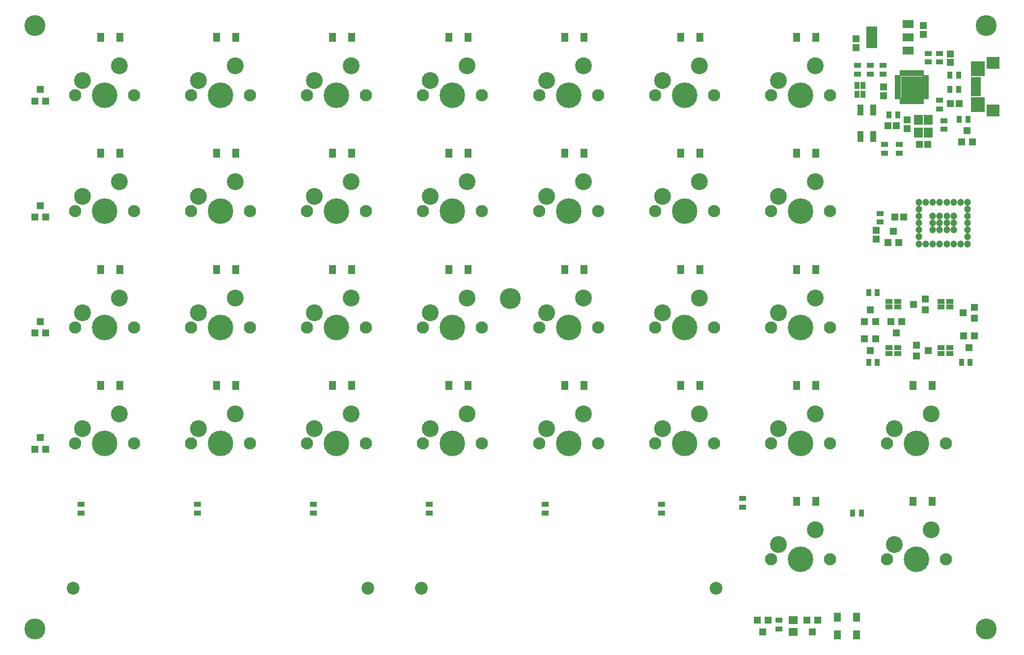
<source format=gts>
G04 #@! TF.FileFunction,Soldermask,Top*
%FSLAX46Y46*%
G04 Gerber Fmt 4.6, Leading zero omitted, Abs format (unit mm)*
G04 Created by KiCad (PCBNEW 4.0.7) date *
%MOMM*%
%LPD*%
G01*
G04 APERTURE LIST*
%ADD10C,0.050000*%
%ADD11C,4.400000*%
%ADD12C,2.100000*%
%ADD13C,2.900000*%
%ADD14C,1.200000*%
%ADD15R,1.300000X1.600000*%
%ADD16R,1.150000X1.200000*%
%ADD17R,1.650000X1.400000*%
%ADD18R,1.200000X1.150000*%
%ADD19R,1.310000X1.620000*%
%ADD20R,0.900000X1.150000*%
%ADD21R,1.197560X1.197560*%
%ADD22R,1.150000X0.900000*%
%ADD23R,1.750000X0.800000*%
%ADD24R,2.400000X2.500000*%
%ADD25R,2.300000X2.000000*%
%ADD26R,1.200100X1.200100*%
%ADD27R,1.300000X0.900000*%
%ADD28R,0.900000X1.300000*%
%ADD29R,1.100000X1.900000*%
%ADD30R,0.650000X1.100000*%
%ADD31R,1.100000X0.650000*%
%ADD32R,2.125000X2.125000*%
%ADD33R,1.900000X1.400000*%
%ADD34R,1.900000X3.700000*%
%ADD35R,1.600000X1.800000*%
%ADD36C,3.600000*%
%ADD37C,2.200000*%
G04 APERTURE END LIST*
D10*
D11*
X135000000Y75000000D03*
D12*
X140080000Y75000000D03*
X129920000Y75000000D03*
D13*
X137540000Y80080000D03*
X131190000Y77540000D03*
D14*
X163800000Y76600000D03*
X163800000Y75400000D03*
X163800000Y74200000D03*
X163800000Y73000000D03*
X163800000Y71800000D03*
X163800000Y70600000D03*
X163800000Y69400000D03*
X162600000Y76600000D03*
X162600000Y69400000D03*
X161400000Y76600000D03*
X161400000Y74200000D03*
X161400000Y73000000D03*
X161400000Y71800000D03*
X161400000Y69400000D03*
X160200000Y76600000D03*
X160200000Y74200000D03*
X160200000Y73000000D03*
X160200000Y71800000D03*
X160200000Y69400000D03*
X159000000Y76600000D03*
X159000000Y74200000D03*
X159000000Y73000000D03*
X159000000Y71800000D03*
X159000000Y69400000D03*
X157800000Y76600000D03*
X157800000Y74200000D03*
X157800000Y73000000D03*
X157800000Y71800000D03*
X157800000Y69400000D03*
X156600000Y76600000D03*
X156600000Y69400000D03*
X155400000Y76600000D03*
X155400000Y75400000D03*
X155400000Y74200000D03*
X155400000Y73000000D03*
X155400000Y71800000D03*
X155400000Y70600000D03*
X155400000Y69400000D03*
D11*
X115000000Y55000000D03*
D12*
X120080000Y55000000D03*
X109920000Y55000000D03*
D13*
X117540000Y60080000D03*
X111190000Y57540000D03*
D15*
X114350000Y65000000D03*
X117650000Y65000000D03*
X34350000Y65000000D03*
X37650000Y65000000D03*
D11*
X95000000Y75000000D03*
D12*
X100080000Y75000000D03*
X89920000Y75000000D03*
D13*
X97540000Y80080000D03*
X91190000Y77540000D03*
D11*
X115000000Y95000000D03*
D12*
X120080000Y95000000D03*
X109920000Y95000000D03*
D13*
X117540000Y100080000D03*
X111190000Y97540000D03*
D16*
X149300000Y96450000D03*
X149300000Y94950000D03*
X153400000Y90750000D03*
X153400000Y89250000D03*
D17*
X133750000Y4500000D03*
X133750000Y2500000D03*
D18*
X152750000Y74000000D03*
X151250000Y74000000D03*
X151550000Y89800000D03*
X150050000Y89800000D03*
X156950000Y86550000D03*
X155450000Y86550000D03*
D16*
X160800000Y100650000D03*
X160800000Y102150000D03*
D18*
X160850000Y93600000D03*
X162350000Y93600000D03*
D16*
X156200000Y107000000D03*
X156200000Y105500000D03*
X144600000Y104750000D03*
X144600000Y103250000D03*
D19*
X141365000Y5000000D03*
X144635000Y5000000D03*
X141365000Y2000000D03*
X144635000Y2000000D03*
D20*
X144750000Y96700000D03*
X145750000Y96700000D03*
X144750000Y95150000D03*
X145750000Y95150000D03*
D21*
X148000000Y71749300D03*
X148000000Y70250700D03*
D22*
X160775000Y51500000D03*
X160775000Y50500000D03*
X159225000Y51500000D03*
X159225000Y50500000D03*
X151775000Y59500000D03*
X151775000Y58500000D03*
X150225000Y59500000D03*
X150225000Y58500000D03*
X151775000Y51500000D03*
X151775000Y50500000D03*
X150225000Y51500000D03*
X150225000Y50500000D03*
X160775000Y59500000D03*
X160775000Y58500000D03*
X159225000Y59500000D03*
X159225000Y58500000D03*
D23*
X165200000Y97800000D03*
X165200000Y97150000D03*
X165200000Y96500000D03*
X165200000Y95850000D03*
X165200000Y95200000D03*
D24*
X165525000Y93400000D03*
X165525000Y99600000D03*
D25*
X168225000Y92400000D03*
X168225000Y100600000D03*
D26*
X129450000Y4500760D03*
X127550000Y4500760D03*
X128500000Y2501780D03*
X138000000Y4500000D03*
X136100000Y4500000D03*
X137050000Y2501020D03*
X162750000Y86949240D03*
X164650000Y86949240D03*
X163700000Y88948220D03*
X150050000Y69599240D03*
X151950000Y69599240D03*
X151000000Y71598220D03*
X146050000Y55999240D03*
X147950000Y55999240D03*
X147000000Y57998220D03*
X147950000Y53000760D03*
X146050000Y53000760D03*
X147000000Y51001780D03*
X154999240Y51950000D03*
X154999240Y50050000D03*
X156998220Y51000000D03*
X156500000Y58000000D03*
X156500000Y59900000D03*
X154501020Y58950000D03*
X152450000Y56000760D03*
X150550000Y56000760D03*
X151500000Y54001780D03*
X165000760Y56550000D03*
X165000760Y58450000D03*
X163001780Y57500000D03*
X165000000Y53500000D03*
X163100000Y53500000D03*
X164050000Y51501020D03*
X3000000Y34000000D03*
X4900000Y34000000D03*
X3950000Y35998980D03*
X3000000Y53999240D03*
X4900000Y53999240D03*
X3950000Y55998220D03*
X3000000Y74000000D03*
X4900000Y74000000D03*
X3950000Y75998980D03*
X3000000Y93999240D03*
X4900000Y93999240D03*
X3950000Y95998220D03*
D27*
X131250000Y3000000D03*
X131250000Y4500000D03*
X159000000Y94150000D03*
X159000000Y92650000D03*
D28*
X150250000Y91600000D03*
X151750000Y91600000D03*
X160750000Y98500000D03*
X162250000Y98500000D03*
X160750000Y96000000D03*
X162250000Y96000000D03*
D27*
X147000000Y98650000D03*
X147000000Y100150000D03*
X144800000Y98650000D03*
X144800000Y100150000D03*
X149200000Y98650000D03*
X149200000Y100150000D03*
X159000000Y102250000D03*
X159000000Y100750000D03*
X157000000Y102250000D03*
X157000000Y100750000D03*
X149500000Y85050000D03*
X149500000Y86550000D03*
X152000000Y85050000D03*
X152000000Y86550000D03*
D28*
X162350000Y90900000D03*
X163850000Y90900000D03*
D27*
X159700000Y89150000D03*
X159700000Y90650000D03*
X148700000Y74650000D03*
X148700000Y73150000D03*
D28*
X148250000Y61000000D03*
X146750000Y61000000D03*
X148250000Y49000000D03*
X146750000Y49000000D03*
X162750000Y49000000D03*
X164250000Y49000000D03*
X144000000Y23000000D03*
X145500000Y23000000D03*
D27*
X125000000Y24000000D03*
X125000000Y25500000D03*
X111000000Y23000000D03*
X111000000Y24500000D03*
X91000000Y23000000D03*
X91000000Y24500000D03*
X71000000Y23000000D03*
X71000000Y24500000D03*
X51000000Y23000000D03*
X51000000Y24500000D03*
X31000000Y23000000D03*
X31000000Y24500000D03*
X11000000Y23000000D03*
X11000000Y24500000D03*
D29*
X145300000Y92500000D03*
X147500000Y92500000D03*
X145300000Y87900000D03*
X147500000Y87900000D03*
D11*
X15000000Y35000000D03*
D12*
X20080000Y35000000D03*
X9920000Y35000000D03*
D13*
X17540000Y40080000D03*
X11190000Y37540000D03*
D11*
X35000000Y35000000D03*
D12*
X40080000Y35000000D03*
X29920000Y35000000D03*
D13*
X37540000Y40080000D03*
X31190000Y37540000D03*
D11*
X55000000Y35000000D03*
D12*
X60080000Y35000000D03*
X49920000Y35000000D03*
D13*
X57540000Y40080000D03*
X51190000Y37540000D03*
D11*
X75000000Y35000000D03*
D12*
X80080000Y35000000D03*
X69920000Y35000000D03*
D13*
X77540000Y40080000D03*
X71190000Y37540000D03*
D11*
X95000000Y35000000D03*
D12*
X100080000Y35000000D03*
X89920000Y35000000D03*
D13*
X97540000Y40080000D03*
X91190000Y37540000D03*
D11*
X115000000Y35000000D03*
D12*
X120080000Y35000000D03*
X109920000Y35000000D03*
D13*
X117540000Y40080000D03*
X111190000Y37540000D03*
D11*
X135000000Y35000000D03*
D12*
X140080000Y35000000D03*
X129920000Y35000000D03*
D13*
X137540000Y40080000D03*
X131190000Y37540000D03*
D11*
X155000000Y35000000D03*
D12*
X160080000Y35000000D03*
X149920000Y35000000D03*
D13*
X157540000Y40080000D03*
X151190000Y37540000D03*
D11*
X15000000Y55000000D03*
D12*
X20080000Y55000000D03*
X9920000Y55000000D03*
D13*
X17540000Y60080000D03*
X11190000Y57540000D03*
D11*
X35000000Y55000000D03*
D12*
X40080000Y55000000D03*
X29920000Y55000000D03*
D13*
X37540000Y60080000D03*
X31190000Y57540000D03*
D11*
X55000000Y55000000D03*
D12*
X60080000Y55000000D03*
X49920000Y55000000D03*
D13*
X57540000Y60080000D03*
X51190000Y57540000D03*
D11*
X75000000Y55000000D03*
D12*
X80080000Y55000000D03*
X69920000Y55000000D03*
D13*
X77540000Y60080000D03*
X71190000Y57540000D03*
D11*
X95000000Y55000000D03*
D12*
X100080000Y55000000D03*
X89920000Y55000000D03*
D13*
X97540000Y60080000D03*
X91190000Y57540000D03*
D11*
X135000000Y55000000D03*
D12*
X140080000Y55000000D03*
X129920000Y55000000D03*
D13*
X137540000Y60080000D03*
X131190000Y57540000D03*
D11*
X155000000Y15000000D03*
D12*
X160080000Y15000000D03*
X149920000Y15000000D03*
D13*
X157540000Y20080000D03*
X151190000Y17540000D03*
D11*
X15000000Y75000000D03*
D12*
X20080000Y75000000D03*
X9920000Y75000000D03*
D13*
X17540000Y80080000D03*
X11190000Y77540000D03*
D11*
X35000000Y75000000D03*
D12*
X40080000Y75000000D03*
X29920000Y75000000D03*
D13*
X37540000Y80080000D03*
X31190000Y77540000D03*
D11*
X55000000Y75000000D03*
D12*
X60080000Y75000000D03*
X49920000Y75000000D03*
D13*
X57540000Y80080000D03*
X51190000Y77540000D03*
D11*
X75000000Y75000000D03*
D12*
X80080000Y75000000D03*
X69920000Y75000000D03*
D13*
X77540000Y80080000D03*
X71190000Y77540000D03*
D11*
X115000000Y75000000D03*
D12*
X120080000Y75000000D03*
X109920000Y75000000D03*
D13*
X117540000Y80080000D03*
X111190000Y77540000D03*
D11*
X135000000Y15000000D03*
D12*
X140080000Y15000000D03*
X129920000Y15000000D03*
D13*
X137540000Y20080000D03*
X131190000Y17540000D03*
D11*
X15000000Y95000000D03*
D12*
X20080000Y95000000D03*
X9920000Y95000000D03*
D13*
X17540000Y100080000D03*
X11190000Y97540000D03*
D11*
X35000000Y95000000D03*
D12*
X40080000Y95000000D03*
X29920000Y95000000D03*
D13*
X37540000Y100080000D03*
X31190000Y97540000D03*
D11*
X55000000Y95000000D03*
D12*
X60080000Y95000000D03*
X49920000Y95000000D03*
D13*
X57540000Y100080000D03*
X51190000Y97540000D03*
D11*
X75000000Y95000000D03*
D12*
X80080000Y95000000D03*
X69920000Y95000000D03*
D13*
X77540000Y100080000D03*
X71190000Y97540000D03*
D11*
X95000000Y95000000D03*
D12*
X100080000Y95000000D03*
X89920000Y95000000D03*
D13*
X97540000Y100080000D03*
X91190000Y97540000D03*
D11*
X135000000Y95000000D03*
D12*
X140080000Y95000000D03*
X129920000Y95000000D03*
D13*
X137540000Y100080000D03*
X131190000Y97540000D03*
D30*
X152450000Y94000000D03*
X152950000Y94000000D03*
X153450000Y94000000D03*
X153950000Y94000000D03*
X154450000Y94000000D03*
X154950000Y94000000D03*
X155450000Y94000000D03*
X155950000Y94000000D03*
D31*
X156600000Y94650000D03*
X156600000Y95150000D03*
X156600000Y95650000D03*
X156600000Y96150000D03*
X156600000Y96650000D03*
X156600000Y97150000D03*
X156600000Y97650000D03*
X156600000Y98150000D03*
D30*
X155950000Y98800000D03*
X155450000Y98800000D03*
X154950000Y98800000D03*
X154450000Y98800000D03*
X153950000Y98800000D03*
X153450000Y98800000D03*
X152950000Y98800000D03*
X152450000Y98800000D03*
D31*
X151800000Y98150000D03*
X151800000Y97650000D03*
X151800000Y97150000D03*
X151800000Y96650000D03*
X151800000Y96150000D03*
X151800000Y95650000D03*
X151800000Y95150000D03*
X151800000Y94650000D03*
D32*
X155062500Y97262500D03*
X153337500Y97262500D03*
X155062500Y95537500D03*
X153337500Y95537500D03*
D33*
X153550000Y102700000D03*
X153550000Y105000000D03*
X153550000Y107300000D03*
D34*
X147250000Y105000000D03*
D15*
X14350000Y44997460D03*
X17650000Y44997460D03*
X34350000Y44997460D03*
X37650000Y44997460D03*
X54350000Y45000000D03*
X57650000Y45000000D03*
X74350000Y45000000D03*
X77650000Y45000000D03*
X94350000Y44997460D03*
X97650000Y44997460D03*
X114350000Y45000000D03*
X117650000Y45000000D03*
X134350000Y45000000D03*
X137650000Y45000000D03*
X154350000Y45000000D03*
X157650000Y45000000D03*
X14350000Y65000000D03*
X17650000Y65000000D03*
X54350000Y65000000D03*
X57650000Y65000000D03*
X74350000Y65000000D03*
X77650000Y65000000D03*
X94350000Y65000000D03*
X97650000Y65000000D03*
X134350000Y65000000D03*
X137650000Y65000000D03*
X154350000Y24997460D03*
X157650000Y24997460D03*
X14350000Y85000000D03*
X17650000Y85000000D03*
X34350000Y85000000D03*
X37650000Y85000000D03*
X54350000Y85000000D03*
X57650000Y85000000D03*
X74350000Y85000000D03*
X77650000Y85000000D03*
X94350000Y85000000D03*
X97650000Y85000000D03*
X114350000Y85000000D03*
X117650000Y85000000D03*
X134350000Y85000000D03*
X137650000Y85000000D03*
X134350000Y25000000D03*
X137650000Y25000000D03*
X14350000Y105000000D03*
X17650000Y105000000D03*
X34350000Y104997460D03*
X37650000Y104997460D03*
X54350000Y105000000D03*
X57650000Y105000000D03*
X74350000Y105000000D03*
X77650000Y105000000D03*
X94350000Y105000000D03*
X97650000Y105000000D03*
X114350000Y105000000D03*
X117650000Y105000000D03*
X134350000Y105000000D03*
X137650000Y105000000D03*
D35*
X155350000Y90800000D03*
X155350000Y88600000D03*
X157050000Y88600000D03*
X157050000Y90800000D03*
D36*
X85000000Y60000000D03*
X3000000Y107000000D03*
X3000000Y3000000D03*
X167000000Y3000000D03*
X167000000Y107000000D03*
D37*
X120400000Y10000000D03*
X69600000Y10000000D03*
X60400000Y10000000D03*
X9600000Y10000000D03*
M02*

</source>
